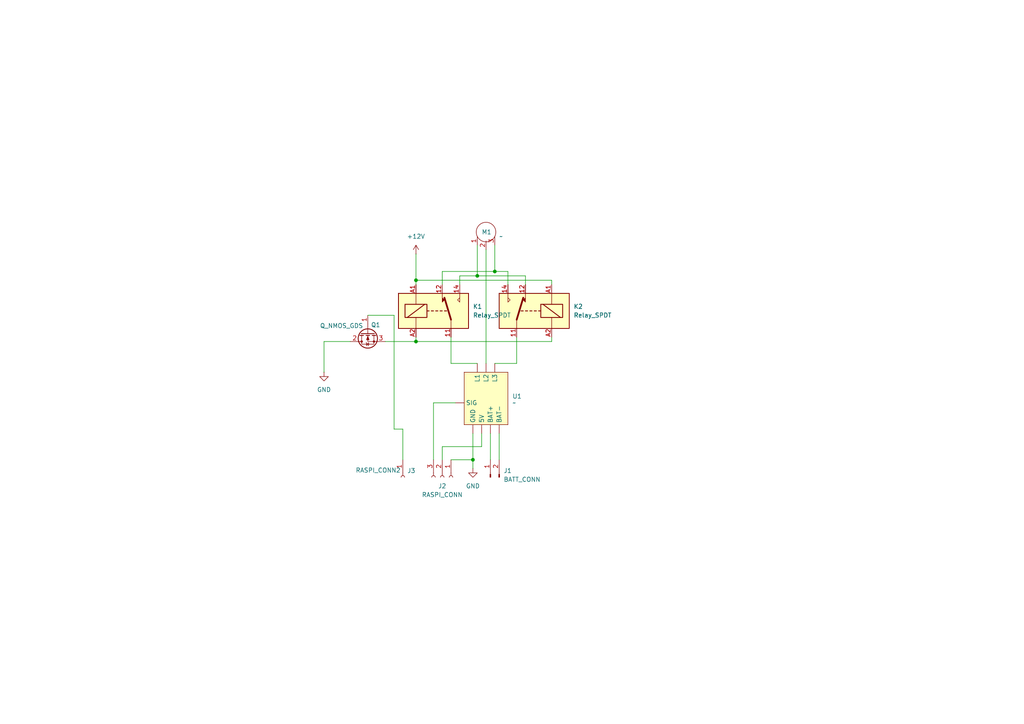
<source format=kicad_sch>
(kicad_sch (version 20231120) (generator "eeschema") (generator_version "8.0")
  (paper "A4")
  (lib_symbols
    (symbol "Connector:Conn_01x01_Socket" (pin_names (offset 1.016) hide)
      (property "Reference" "J" (at 0 2.54 0))
      (property "Value" "Conn_01x01_Socket" (at 0 -2.54 0))
      (symbol "Conn_01x01_Socket_1_1"
        (polyline (pts (xy -1.27 0) (xy -0.508 0)) (stroke (width 0.1524)))
        (arc (start 0 0.508) (mid -0.5058 0) (end 0 -0.508) (stroke (width 0.1524)))
        (pin passive line (at -5.08 0 0) (length 3.81) (name "Pin_1") (number "1"))
      )
    )
    (symbol "Connector:Conn_01x02_Pin" (pin_names (offset 1.016) hide)
      (property "Reference" "J" (at 0 2.54 0))
      (property "Value" "Conn_01x02_Pin" (at 0 -5.08 0))
      (symbol "Conn_01x02_Pin_1_1"
        (polyline (pts (xy 1.27 -2.54) (xy 0.8636 -2.54)) (stroke (width 0.1524)))
        (polyline (pts (xy 1.27 0) (xy 0.8636 0)) (stroke (width 0.1524)))
        (rectangle (start 0.8636 -2.413) (end 0 -2.667) (stroke (width 0.1524)) (fill (type outline)))
        (rectangle (start 0.8636 0.127) (end 0 -0.127) (stroke (width 0.1524)) (fill (type outline)))
        (pin passive line (at 5.08 0 180) (length 3.81) (name "Pin_1") (number "1"))
        (pin passive line (at 5.08 -2.54 180) (length 3.81) (name "Pin_2") (number "2"))
      )
    )
    (symbol "Connector:Conn_01x03_Socket" (pin_names (offset 1.016) hide)
      (property "Reference" "J" (at 0 5.08 0))
      (property "Value" "Conn_01x03_Socket" (at 0 -5.08 0))
      (symbol "Conn_01x03_Socket_1_1"
        (arc (start 0 -2.032) (mid -0.5058 -2.54) (end 0 -3.048) (stroke (width 0.1524)))
        (polyline (pts (xy -1.27 -2.54) (xy -0.508 -2.54)) (stroke (width 0.1524)))
        (polyline (pts (xy -1.27 0) (xy -0.508 0)) (stroke (width 0.1524)))
        (polyline (pts (xy -1.27 2.54) (xy -0.508 2.54)) (stroke (width 0.1524)))
        (arc (start 0 0.508) (mid -0.5058 0) (end 0 -0.508) (stroke (width 0.1524)))
        (arc (start 0 3.048) (mid -0.5058 2.54) (end 0 2.032) (stroke (width 0.1524)))
        (pin passive line (at -5.08 2.54 0) (length 3.81) (name "Pin_1") (number "1"))
        (pin passive line (at -5.08 0 0) (length 3.81) (name "Pin_2") (number "2"))
        (pin passive line (at -5.08 -2.54 0) (length 3.81) (name "Pin_3") (number "3"))
      )
    )
    (symbol "Device:Q_NMOS_GDS" (pin_names (offset 0) hide)
      (property "Reference" "Q" (at 5.08 1.27 0))
      (property "Value" "Q_NMOS_GDS" (at 5.08 -1.27 0))
      (symbol "Q_NMOS_GDS_0_1"
        (polyline (pts (xy 0.254 0) (xy -2.54 0)))
        (polyline (pts (xy 0.254 1.905) (xy 0.254 -1.905)) (stroke (width 0.254)))
        (polyline (pts (xy 0.762 -1.27) (xy 0.762 -2.286)) (stroke (width 0.254)))
        (polyline (pts (xy 0.762 0.508) (xy 0.762 -0.508)) (stroke (width 0.254)))
        (polyline (pts (xy 0.762 2.286) (xy 0.762 1.27)) (stroke (width 0.254)))
        (polyline (pts (xy 2.54 2.54) (xy 2.54 1.778)))
        (polyline (pts (xy 2.54 -2.54) (xy 2.54 0) (xy 0.762 0)))
        (polyline (pts (xy 0.762 -1.778) (xy 3.302 -1.778) (xy 3.302 1.778) (xy 0.762 1.778)))
        (polyline (pts (xy 1.016 0) (xy 2.032 0.381) (xy 2.032 -0.381) (xy 1.016 0)) (fill (type outline)))
        (polyline (pts (xy 2.794 0.508) (xy 2.921 0.381) (xy 3.683 0.381) (xy 3.81 0.254)))
        (polyline (pts (xy 3.302 0.381) (xy 2.921 -0.254) (xy 3.683 -0.254) (xy 3.302 0.381)))
        (circle (center 1.651 0) (radius 2.794) (stroke (width 0.254)))
        (circle (center 2.54 -1.778) (radius 0.254) (fill (type outline)))
        (circle (center 2.54 1.778) (radius 0.254) (fill (type outline)))
      )
      (symbol "Q_NMOS_GDS_1_1"
        (pin input line (at -5.08 0 0) (length 2.54) (name "G") (number "1"))
        (pin passive line (at 2.54 5.08 270) (length 2.54) (name "D") (number "2"))
        (pin passive line (at 2.54 -5.08 90) (length 2.54) (name "S") (number "3"))
      )
    )
    (symbol "Relay:Relay_SPDT"
      (property "Reference" "K" (at 11.43 3.81 0))
      (property "Value" "Relay_SPDT" (at 11.43 1.27 0))
      (symbol "Relay_SPDT_0_0"
        (polyline (pts (xy 7.62 5.08) (xy 7.62 2.54) (xy 6.985 3.175) (xy 7.62 3.81)))
      )
      (symbol "Relay_SPDT_0_1"
        (rectangle (start -10.16 5.08) (end 10.16 -5.08) (stroke (width 0.254)) (fill (type background)))
        (rectangle (start -8.255 1.905) (end -1.905 -1.905) (stroke (width 0.254)))
        (polyline (pts (xy -7.62 -1.905) (xy -2.54 1.905)) (stroke (width 0.254)))
        (polyline (pts (xy -5.08 -5.08) (xy -5.08 -1.905)))
        (polyline (pts (xy -5.08 5.08) (xy -5.08 1.905)))
        (polyline (pts (xy -1.905 0) (xy -1.27 0)) (stroke (width 0.254)))
        (polyline (pts (xy -0.635 0) (xy 0 0)) (stroke (width 0.254)))
        (polyline (pts (xy 0.635 0) (xy 1.27 0)) (stroke (width 0.254)))
        (polyline (pts (xy 1.905 0) (xy 2.54 0)) (stroke (width 0.254)))
        (polyline (pts (xy 3.175 0) (xy 3.81 0)) (stroke (width 0.254)))
        (polyline (pts (xy 5.08 -2.54) (xy 3.175 3.81)) (stroke (width 0.508)))
        (polyline (pts (xy 5.08 -2.54) (xy 5.08 -5.08)))
        (polyline (pts (xy 2.54 5.08) (xy 2.54 2.54) (xy 3.175 3.175) (xy 2.54 3.81)) (fill (type outline)))
      )
      (symbol "Relay_SPDT_1_1"
        (pin passive line (at 5.08 -7.62 90) (length 2.54) (name "~") (number "11"))
        (pin passive line (at 2.54 7.62 270) (length 2.54) (name "~") (number "12"))
        (pin passive line (at 7.62 7.62 270) (length 2.54) (name "~") (number "14"))
        (pin passive line (at -5.08 7.62 270) (length 2.54) (name "~") (number "A1"))
        (pin passive line (at -5.08 -7.62 90) (length 2.54) (name "~") (number "A2"))
      )
    )
    (symbol "SKID_BLDC:BLDC"
      (property "Reference" "M" (at 0 0 0))
      (symbol "BLDC_0_1"
        (circle (center 0 0) (radius 2.8398))
      )
      (symbol "BLDC_1_1"
        (pin input line (at -2.54 -3.81 90) (length 2.54) (name "") (number "1"))
        (pin input line (at 0 -5.08 90) (length 2.54) (name "") (number "2"))
        (pin input line (at 2.54 -3.81 90) (length 2.54) (name "") (number "3"))
      )
    )
    (symbol "SKID_BLDC:CONTROLLER"
      (property "Reference" "U" (at 0 0 0))
      (symbol "CONTROLLER_1_1"
        (rectangle (start -6.35 7.62) (end 6.35 -7.62) (fill (type background)))
        (pin power_in line (at -1.27 -10.16 90) (length 2.54) (name "5V") (number ""))
        (pin power_in line (at 1.27 -10.16 90) (length 2.54) (name "BAT+") (number ""))
        (pin power_in line (at 3.81 -10.16 90) (length 2.54) (name "BAT-") (number ""))
        (pin power_in line (at -3.81 -10.16 90) (length 2.54) (name "GND") (number ""))
        (pin input line (at -2.54 10.16 270) (length 2.54) (name "L1") (number ""))
        (pin input line (at 0 10.16 270) (length 2.54) (name "L2") (number ""))
        (pin input line (at 2.54 10.16 270) (length 2.54) (name "L3") (number ""))
        (pin input line (at -8.89 -1.27 0) (length 2.54) (name "SIG") (number ""))
      )
    )
    (symbol "power:+12V" (power) (pin_numbers hide) (pin_names (offset 0) hide)
      (property "Value" "+12V" (at 0 3.556 0))
      (symbol "+12V_0_1"
        (polyline (pts (xy -0.762 1.27) (xy 0 2.54)))
        (polyline (pts (xy 0 0) (xy 0 2.54)))
        (polyline (pts (xy 0 2.54) (xy 0.762 1.27)))
      )
      (symbol "+12V_1_1"
        (pin power_in line (at 0 0 90) (length 0) (name "~") (number "1"))
      )
    )
    (symbol "power:GND" (power) (pin_numbers hide) (pin_names (offset 0) hide)
      (property "Value" "GND" (at 0 -3.81 0))
      (symbol "GND_0_1"
        (polyline (pts (xy 0 0) (xy 0 -1.27) (xy 1.27 -1.27) (xy 0 -2.54) (xy -1.27 -1.27) (xy 0 -1.27)))
      )
      (symbol "GND_1_1"
        (pin power_in line (at 0 0 270) (length 0) (name "~") (number "1"))
      )
    )
  )
  (junction (at 138.43 80.01))
  (junction (at 143.51 78.74))
  (junction (at 120.65 99.06))
  (junction (at 137.16 133.35))
  (junction (at 120.65 81.28))
  (wire (pts (xy 120.65 82.55) (xy 120.65 81.28)))
  (wire (pts (xy 143.51 105.41) (xy 149.86 105.41)))
  (wire (pts (xy 160.02 97.79) (xy 160.02 99.06)))
  (wire (pts (xy 138.43 80.01) (xy 152.4 80.01)))
  (wire (pts (xy 106.68 91.44) (xy 114.3 91.44)))
  (wire (pts (xy 128.27 129.54) (xy 128.27 133.35)))
  (wire (pts (xy 138.43 71.12) (xy 138.43 80.01)))
  (wire (pts (xy 128.27 78.74) (xy 143.51 78.74)))
  (wire (pts (xy 139.7 129.54) (xy 128.27 129.54)))
  (wire (pts (xy 101.6 99.06) (xy 93.98 99.06)))
  (wire (pts (xy 143.51 78.74) (xy 147.32 78.74)))
  (wire (pts (xy 133.35 82.55) (xy 133.35 80.01)))
  (wire (pts (xy 125.73 116.84) (xy 125.73 133.35)))
  (wire (pts (xy 111.76 99.06) (xy 120.65 99.06)))
  (wire (pts (xy 130.81 133.35) (xy 137.16 133.35)))
  (wire (pts (xy 160.02 99.06) (xy 120.65 99.06)))
  (wire (pts (xy 128.27 82.55) (xy 128.27 78.74)))
  (wire (pts (xy 130.81 105.41) (xy 130.81 97.79)))
  (wire (pts (xy 137.16 133.35) (xy 137.16 135.89)))
  (wire (pts (xy 140.97 72.39) (xy 140.97 105.41)))
  (wire (pts (xy 114.3 91.44) (xy 114.3 124.46)))
  (wire (pts (xy 138.43 105.41) (xy 130.81 105.41)))
  (wire (pts (xy 132.08 116.84) (xy 125.73 116.84)))
  (wire (pts (xy 144.78 125.73) (xy 144.78 133.35)))
  (wire (pts (xy 133.35 80.01) (xy 138.43 80.01)))
  (wire (pts (xy 139.7 125.73) (xy 139.7 129.54)))
  (wire (pts (xy 116.84 124.46) (xy 116.84 133.35)))
  (wire (pts (xy 120.65 73.66) (xy 120.65 81.28)))
  (wire (pts (xy 152.4 80.01) (xy 152.4 82.55)))
  (wire (pts (xy 143.51 71.12) (xy 143.51 78.74)))
  (wire (pts (xy 147.32 78.74) (xy 147.32 82.55)))
  (wire (pts (xy 114.3 124.46) (xy 116.84 124.46)))
  (wire (pts (xy 142.24 125.73) (xy 142.24 133.35)))
  (wire (pts (xy 120.65 99.06) (xy 120.65 97.79)))
  (wire (pts (xy 137.16 125.73) (xy 137.16 133.35)))
  (wire (pts (xy 120.65 81.28) (xy 160.02 81.28)))
  (wire (pts (xy 160.02 81.28) (xy 160.02 82.55)))
  (wire (pts (xy 93.98 99.06) (xy 93.98 107.95)))
  (wire (pts (xy 149.86 105.41) (xy 149.86 97.79)))
  (symbol (lib_id "power:+12V") (at 120.65 73.66 0) (unit 1)
    (property "Reference" "#PWR02" (effects (hide yes)))
    (property "Value" "+12V" (at 120.65 68.58 0))
    (property "Description" "Power symbol creates a global label with name \"+12V\"" (effects (hide yes)))
  )
  (symbol (lib_id "Connector:Conn_01x03_Socket") (at 128.27 138.43 270) (unit 1)
    (property "Reference" "J2" (at 128.27 140.97 90))
    (property "Value" "RASPI_CONN" (at 128.27 143.51 90))
    (property "Description" "Generic connector, single row, 01x03, script generated" (effects (hide yes)))
  )
  (symbol (lib_id "Relay:Relay_SPDT") (at 125.73 90.17 0) (unit 1)
    (property "Reference" "K1" (at 137.16 88.8999 0) (effects (justify left)))
    (property "Value" "Relay_SPDT" (at 137.16 91.4399 0) (effects (justify left)))
    (property "Description" "Relay SPDT, monostable, EN50005" (effects (hide yes)))
  )
  (symbol (lib_id "Connector:Conn_01x01_Socket") (at 116.84 138.43 270) (unit 1)
    (property "Reference" "J3" (at 118.11 136.5249 90) (effects (justify left)))
    (property "Value" "RASPI_CONN2" (at 103.124 136.398 90) (effects (justify left)))
    (property "Description" "Generic connector, single row, 01x01, script generated" (effects (hide yes)))
  )
  (symbol (lib_id "Connector:Conn_01x02_Pin") (at 142.24 138.43 90) (unit 1)
    (property "Reference" "J1" (at 146.05 136.5249 90) (effects (justify right)))
    (property "Value" "BATT_CONN" (at 146.05 139.0649 90) (effects (justify right)))
    (property "Description" "Generic connector, single row, 01x02, script generated" (effects (hide yes)))
  )
  (symbol (lib_id "Device:Q_NMOS_GDS") (at 106.68 96.52 90) (mirror x) (unit 1)
    (property "Reference" "Q1" (at 108.966 94.234 90))
    (property "Value" "Q_NMOS_GDS" (at 99.06 94.488 90))
    (property "Description" "N-MOSFET transistor, gate/drain/source" (effects (hide yes)))
  )
  (symbol (lib_id "power:GND") (at 93.98 107.95 0) (unit 1)
    (property "Reference" "#PWR01" (effects (hide yes)))
    (property "Value" "GND" (at 93.98 113.03 0))
    (property "Description" "Power symbol creates a global label with name \"GND\" , ground" (effects (hide yes)))
  )
  (symbol (lib_id "SKID_BLDC:BLDC") (at 140.97 67.31 0) (unit 1)
    (property "Reference" "M1" (at 139.7 67.31 0) (effects (justify left)))
    (property "Value" "~" (at 144.78 68.58 0) (effects (justify left)))
  )
  (symbol (lib_id "power:GND") (at 137.16 135.89 0) (unit 1)
    (property "Reference" "#PWR03" (effects (hide yes)))
    (property "Value" "GND" (at 137.16 140.97 0))
    (property "Description" "Power symbol creates a global label with name \"GND\" , ground" (effects (hide yes)))
  )
  (symbol (lib_id "Relay:Relay_SPDT") (at 154.94 90.17 0) (mirror y) (unit 1)
    (property "Reference" "K2" (at 166.37 88.8999 0) (effects (justify right)))
    (property "Value" "Relay_SPDT" (at 166.37 91.4399 0) (effects (justify right)))
    (property "Description" "Relay SPDT, monostable, EN50005" (effects (hide yes)))
  )
  (symbol (lib_id "SKID_BLDC:CONTROLLER") (at 140.97 115.57 0) (unit 1)
    (property "Reference" "U1" (at 148.59 114.9349 0) (effects (justify left)))
    (property "Value" "~" (at 148.59 116.84 0) (effects (justify left)))
  )
)
</source>
